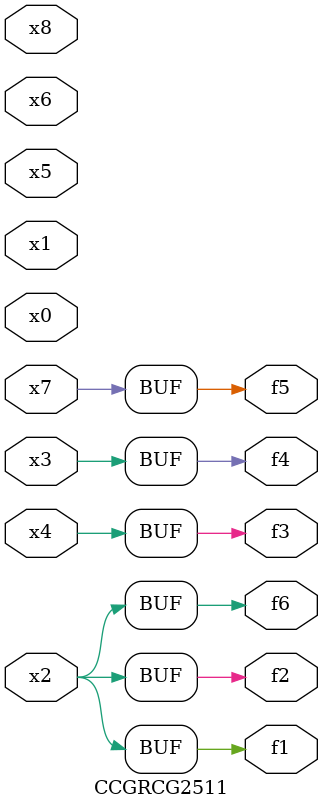
<source format=v>
module CCGRCG2511(
	input x0, x1, x2, x3, x4, x5, x6, x7, x8,
	output f1, f2, f3, f4, f5, f6
);
	assign f1 = x2;
	assign f2 = x2;
	assign f3 = x4;
	assign f4 = x3;
	assign f5 = x7;
	assign f6 = x2;
endmodule

</source>
